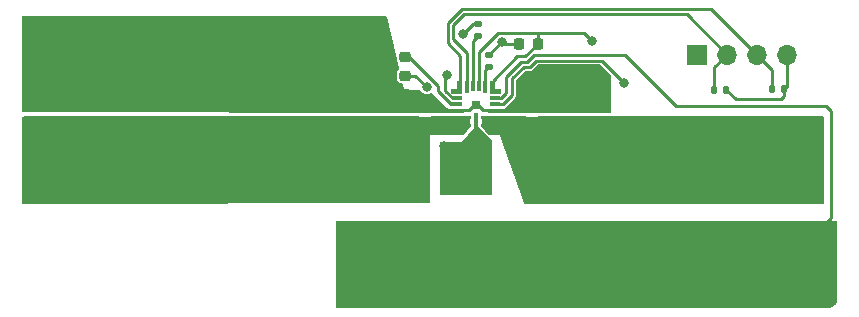
<source format=gbr>
%TF.GenerationSoftware,KiCad,Pcbnew,(6.0.0-0)*%
%TF.CreationDate,2022-06-13T23:55:57-07:00*%
%TF.ProjectId,max20499_breakout,6d617832-3034-4393-995f-627265616b6f,rev?*%
%TF.SameCoordinates,Original*%
%TF.FileFunction,Copper,L1,Top*%
%TF.FilePolarity,Positive*%
%FSLAX46Y46*%
G04 Gerber Fmt 4.6, Leading zero omitted, Abs format (unit mm)*
G04 Created by KiCad (PCBNEW (6.0.0-0)) date 2022-06-13 23:55:57*
%MOMM*%
%LPD*%
G01*
G04 APERTURE LIST*
G04 Aperture macros list*
%AMRoundRect*
0 Rectangle with rounded corners*
0 $1 Rounding radius*
0 $2 $3 $4 $5 $6 $7 $8 $9 X,Y pos of 4 corners*
0 Add a 4 corners polygon primitive as box body*
4,1,4,$2,$3,$4,$5,$6,$7,$8,$9,$2,$3,0*
0 Add four circle primitives for the rounded corners*
1,1,$1+$1,$2,$3*
1,1,$1+$1,$4,$5*
1,1,$1+$1,$6,$7*
1,1,$1+$1,$8,$9*
0 Add four rect primitives between the rounded corners*
20,1,$1+$1,$2,$3,$4,$5,0*
20,1,$1+$1,$4,$5,$6,$7,0*
20,1,$1+$1,$6,$7,$8,$9,0*
20,1,$1+$1,$8,$9,$2,$3,0*%
%AMFreePoly0*
4,1,17,0.000354,1.075354,0.000500,1.075000,0.000500,0.000000,0.000354,-0.000354,0.000000,-0.000500,-0.900000,-0.000500,-0.900354,-0.000354,-0.900500,0.000000,-0.900500,0.400000,-0.900354,0.400354,-0.900000,0.400500,-0.450500,0.400500,-0.450500,1.075000,-0.450354,1.075354,-0.450000,1.075500,0.000000,1.075500,0.000354,1.075354,0.000354,1.075354,$1*%
%AMFreePoly1*
4,1,17,0.450354,1.075354,0.450500,1.075000,0.450500,0.400500,0.900000,0.400500,0.900354,0.400354,0.900500,0.400000,0.900500,0.000000,0.900354,-0.000354,0.900000,-0.000500,0.000000,-0.000500,-0.000354,-0.000354,-0.000500,0.000000,-0.000500,1.075000,-0.000354,1.075354,0.000000,1.075500,0.450000,1.075500,0.450354,1.075354,0.450354,1.075354,$1*%
%AMFreePoly2*
4,1,17,0.000354,0.000354,0.000500,0.000000,0.000500,-0.350000,0.000354,-0.350354,0.000000,-0.350500,-0.975000,-0.350500,-0.975354,-0.350354,-0.975500,-0.350000,-0.975500,-0.250500,-1.550000,-0.250500,-1.550354,-0.250354,-1.550500,-0.250000,-1.550500,0.000000,-1.550354,0.000354,-1.550000,0.000500,0.000000,0.000500,0.000354,0.000354,0.000354,0.000354,$1*%
%AMFreePoly3*
4,1,29,0.000035,0.000035,0.000050,0.000000,0.000050,-0.900000,0.000035,-0.900035,0.000000,-0.900050,-0.499950,-0.900050,-0.499950,-1.600000,-0.499965,-1.600035,-0.500000,-1.600050,-0.950000,-1.600050,-0.950035,-1.600035,-0.950050,-1.600000,-0.950050,-0.900050,-1.575000,-0.900050,-1.575035,-0.900035,-1.575050,-0.900000,-1.575050,-0.650000,-1.575035,-0.649965,-1.575000,-0.649950,-0.950050,-0.649950,
-0.950050,-0.250050,-1.575000,-0.250050,-1.575035,-0.250035,-1.575050,-0.250000,-1.575050,0.000000,-1.575035,0.000035,-1.575000,0.000050,0.000000,0.000050,0.000035,0.000035,0.000035,0.000035,$1*%
%AMFreePoly4*
4,1,29,1.575035,0.000035,1.575050,0.000000,1.575050,-0.250000,1.575035,-0.250035,1.575000,-0.250050,0.950050,-0.250050,0.950050,-0.649950,1.575000,-0.649950,1.575035,-0.649965,1.575050,-0.650000,1.575050,-0.900000,1.575035,-0.900035,1.575000,-0.900050,0.950050,-0.900050,0.950050,-1.600000,0.950035,-1.600035,0.950000,-1.600050,0.500000,-1.600050,0.499965,-1.600035,0.499950,-1.600000,
0.499950,-0.900050,0.000000,-0.900050,-0.000035,-0.900035,-0.000050,-0.900000,-0.000050,0.000000,-0.000035,0.000035,0.000000,0.000050,1.575000,0.000050,1.575035,0.000035,1.575035,0.000035,$1*%
%AMFreePoly5*
4,1,17,1.550354,0.000354,1.550500,0.000000,1.550500,-0.250000,1.550354,-0.250354,1.550000,-0.250500,0.975500,-0.250500,0.975500,-0.350000,0.975354,-0.350354,0.975000,-0.350500,0.000000,-0.350500,-0.000354,-0.350354,-0.000500,-0.350000,-0.000500,0.000000,-0.000354,0.000354,0.000000,0.000500,1.550000,0.000500,1.550354,0.000354,1.550354,0.000354,$1*%
G04 Aperture macros list end*
%TA.AperFunction,SMDPad,CuDef*%
%ADD10RoundRect,0.135000X-0.185000X0.135000X-0.185000X-0.135000X0.185000X-0.135000X0.185000X0.135000X0*%
%TD*%
%TA.AperFunction,SMDPad,CuDef*%
%ADD11RoundRect,0.135000X0.135000X0.185000X-0.135000X0.185000X-0.135000X-0.185000X0.135000X-0.185000X0*%
%TD*%
%TA.AperFunction,ComponentPad*%
%ADD12C,2.520000*%
%TD*%
%TA.AperFunction,SMDPad,CuDef*%
%ADD13RoundRect,0.225000X-0.250000X0.225000X-0.250000X-0.225000X0.250000X-0.225000X0.250000X0.225000X0*%
%TD*%
%TA.AperFunction,SMDPad,CuDef*%
%ADD14RoundRect,0.250000X-0.475000X0.250000X-0.475000X-0.250000X0.475000X-0.250000X0.475000X0.250000X0*%
%TD*%
%TA.AperFunction,ComponentPad*%
%ADD15R,1.700000X1.700000*%
%TD*%
%TA.AperFunction,ComponentPad*%
%ADD16O,1.700000X1.700000*%
%TD*%
%TA.AperFunction,SMDPad,CuDef*%
%ADD17RoundRect,0.250000X0.650000X-0.325000X0.650000X0.325000X-0.650000X0.325000X-0.650000X-0.325000X0*%
%TD*%
%TA.AperFunction,SMDPad,CuDef*%
%ADD18RoundRect,0.225000X-0.225000X-0.250000X0.225000X-0.250000X0.225000X0.250000X-0.225000X0.250000X0*%
%TD*%
%TA.AperFunction,SMDPad,CuDef*%
%ADD19R,0.650000X0.700000*%
%TD*%
%TA.AperFunction,SMDPad,CuDef*%
%ADD20FreePoly0,0.000000*%
%TD*%
%TA.AperFunction,SMDPad,CuDef*%
%ADD21R,0.350000X1.025000*%
%TD*%
%TA.AperFunction,SMDPad,CuDef*%
%ADD22R,0.300000X0.925000*%
%TD*%
%TA.AperFunction,SMDPad,CuDef*%
%ADD23FreePoly1,0.000000*%
%TD*%
%TA.AperFunction,SMDPad,CuDef*%
%ADD24R,0.925000X0.300000*%
%TD*%
%TA.AperFunction,SMDPad,CuDef*%
%ADD25FreePoly2,0.000000*%
%TD*%
%TA.AperFunction,SMDPad,CuDef*%
%ADD26C,0.100000*%
%TD*%
%TA.AperFunction,SMDPad,CuDef*%
%ADD27FreePoly3,0.000000*%
%TD*%
%TA.AperFunction,SMDPad,CuDef*%
%ADD28R,0.350000X1.925000*%
%TD*%
%TA.AperFunction,SMDPad,CuDef*%
%ADD29FreePoly4,0.000000*%
%TD*%
%TA.AperFunction,SMDPad,CuDef*%
%ADD30FreePoly5,0.000000*%
%TD*%
%TA.AperFunction,SMDPad,CuDef*%
%ADD31R,2.700000X3.850000*%
%TD*%
%TA.AperFunction,ViaPad*%
%ADD32C,0.800000*%
%TD*%
%TA.AperFunction,Conductor*%
%ADD33C,0.250000*%
%TD*%
G04 APERTURE END LIST*
D10*
%TO.P,R4,1*%
%TO.N,/VIN*%
X132630000Y-88750000D03*
%TO.P,R4,2*%
%TO.N,Net-(R4-Pad2)*%
X132630000Y-89770000D03*
%TD*%
%TO.P,R3,1*%
%TO.N,/VIN*%
X131690000Y-86170000D03*
%TO.P,R3,2*%
%TO.N,Net-(R3-Pad2)*%
X131690000Y-87190000D03*
%TD*%
D11*
%TO.P,R2,1*%
%TO.N,Net-(J3-Pad4)*%
X152740000Y-91710000D03*
%TO.P,R2,2*%
%TO.N,/SDA*%
X151720000Y-91710000D03*
%TD*%
%TO.P,R1,1*%
%TO.N,Net-(J3-Pad4)*%
X157650000Y-91700000D03*
%TO.P,R1,2*%
%TO.N,/SCL*%
X156630000Y-91700000D03*
%TD*%
D12*
%TO.P,J1,1,Pin_1*%
%TO.N,GND*%
X96650000Y-97600000D03*
X101730000Y-97600000D03*
%TD*%
D13*
%TO.P,C2,1*%
%TO.N,/VIN*%
X127220000Y-93065000D03*
%TO.P,C2,2*%
%TO.N,GND*%
X127220000Y-94615000D03*
%TD*%
D14*
%TO.P,C15,1*%
%TO.N,/VIN*%
X121750000Y-92890000D03*
%TO.P,C15,2*%
%TO.N,GND*%
X121750000Y-94790000D03*
%TD*%
D15*
%TO.P,J3,1,Pin_1*%
%TO.N,GND*%
X150240000Y-88760000D03*
D16*
%TO.P,J3,2,Pin_2*%
%TO.N,/SDA*%
X152780000Y-88760000D03*
%TO.P,J3,3,Pin_3*%
%TO.N,/SCL*%
X155320000Y-88760000D03*
%TO.P,J3,4,Pin_4*%
%TO.N,Net-(J3-Pad4)*%
X157860000Y-88760000D03*
%TD*%
D17*
%TO.P,C8,1*%
%TO.N,/VOUT*%
X126030000Y-103635000D03*
%TO.P,C8,2*%
%TO.N,GND*%
X126030000Y-100685000D03*
%TD*%
D14*
%TO.P,C1,2*%
%TO.N,GND*%
X124620000Y-94790000D03*
%TO.P,C1,1*%
%TO.N,/VIN*%
X124620000Y-92890000D03*
%TD*%
D12*
%TO.P,J2,1,Pin_1*%
%TO.N,/VIN*%
X96650000Y-90280000D03*
X101730000Y-90280000D03*
%TD*%
D18*
%TO.P,C5,1*%
%TO.N,/VIN*%
X135215000Y-87840000D03*
%TO.P,C5,2*%
%TO.N,GND*%
X136765000Y-87840000D03*
%TD*%
D17*
%TO.P,C7,1*%
%TO.N,/VOUT*%
X137950000Y-103635000D03*
%TO.P,C7,2*%
%TO.N,GND*%
X137950000Y-100685000D03*
%TD*%
D19*
%TO.P,U1,EP,EP*%
%TO.N,/VIN*%
X131530000Y-92980000D03*
D20*
%TO.P,U1,17,SCL*%
%TO.N,/SCL*%
X130380000Y-92055000D03*
D21*
%TO.P,U1,16,SDA*%
%TO.N,/SDA*%
X130755000Y-91492500D03*
D22*
%TO.P,U1,15,AV*%
%TO.N,Net-(R3-Pad2)*%
X131280000Y-91442500D03*
%TO.P,U1,14,GND*%
%TO.N,GND*%
X131780000Y-91442500D03*
D21*
%TO.P,U1,13,RESET*%
%TO.N,Net-(R4-Pad2)*%
X132305000Y-91492500D03*
D23*
%TO.P,U1,12,SYNC*%
%TO.N,GND*%
X132680000Y-92055000D03*
D24*
%TO.P,U1,11,RS+*%
%TO.N,/VOUT*%
X133117500Y-92455000D03*
%TO.P,U1,10,RS-*%
%TO.N,GND*%
X133117500Y-92955000D03*
D25*
%TO.P,U1,9,PV*%
%TO.N,/VIN*%
X133580000Y-93330000D03*
D26*
%TO.P,U1,8,PGND*%
%TO.N,GND*%
X132995000Y-94265000D03*
D27*
%TO.P,U1,7,PGND*%
X133580000Y-93980000D03*
D28*
%TO.P,U1,6,LX*%
%TO.N,/LX1*%
X131530000Y-94617500D03*
D29*
%TO.P,U1,5,PGND*%
%TO.N,GND*%
X129480000Y-93980000D03*
D26*
%TO.P,U1,4,PGND*%
X130010000Y-94275000D03*
D30*
%TO.P,U1,3,PV*%
%TO.N,/VIN*%
X129480000Y-93330000D03*
D24*
%TO.P,U1,2,BST*%
%TO.N,Net-(C6-Pad1)*%
X129942500Y-92955000D03*
%TO.P,U1,1,EN*%
%TO.N,/VIN*%
X129942500Y-92455000D03*
%TD*%
D17*
%TO.P,C9,1*%
%TO.N,/VOUT*%
X121870000Y-103635000D03*
%TO.P,C9,2*%
%TO.N,GND*%
X121870000Y-100685000D03*
%TD*%
D14*
%TO.P,C16,2*%
%TO.N,GND*%
X141630000Y-94785000D03*
%TO.P,C16,1*%
%TO.N,/VIN*%
X141630000Y-92885000D03*
%TD*%
D31*
%TO.P,L1,1,1*%
%TO.N,/LX1*%
X131530000Y-98735000D03*
%TO.P,L1,2,2*%
%TO.N,/VOUT*%
X131530000Y-105285000D03*
%TD*%
D17*
%TO.P,C10,1*%
%TO.N,/VOUT*%
X141720000Y-103635000D03*
%TO.P,C10,2*%
%TO.N,GND*%
X141720000Y-100685000D03*
%TD*%
D12*
%TO.P,J4,1,Pin_1*%
%TO.N,/VOUT*%
X154060000Y-105040000D03*
X159140000Y-105040000D03*
%TD*%
D13*
%TO.P,C4,1*%
%TO.N,/VIN*%
X136290000Y-93075000D03*
%TO.P,C4,2*%
%TO.N,GND*%
X136290000Y-94625000D03*
%TD*%
%TO.P,C6,2*%
%TO.N,/LX1*%
X125520000Y-90525000D03*
%TO.P,C6,1*%
%TO.N,Net-(C6-Pad1)*%
X125520000Y-88975000D03*
%TD*%
D12*
%TO.P,J5,1,Pin_1*%
%TO.N,GND*%
X154060000Y-97600000D03*
X159140000Y-97600000D03*
%TD*%
D14*
%TO.P,C3,1*%
%TO.N,/VIN*%
X138720000Y-92885000D03*
%TO.P,C3,2*%
%TO.N,GND*%
X138720000Y-94785000D03*
%TD*%
D32*
%TO.N,/VOUT*%
X128770000Y-108625000D03*
X130400000Y-108630000D03*
X134030000Y-108600000D03*
X132170000Y-108600000D03*
X142330000Y-109145000D03*
X142330000Y-106195000D03*
X142330000Y-107670000D03*
X140270000Y-109195000D03*
X140270000Y-106245000D03*
X140270000Y-107720000D03*
X138270000Y-109195000D03*
X138270000Y-106245000D03*
X138270000Y-107720000D03*
X136470000Y-109165000D03*
X136470000Y-106215000D03*
X136470000Y-107690000D03*
X126290000Y-109165000D03*
X126290000Y-106215000D03*
X126290000Y-107690000D03*
X124430000Y-109165000D03*
X124430000Y-106215000D03*
X124430000Y-107690000D03*
X122660000Y-109195000D03*
X122660000Y-106245000D03*
X122660000Y-107720000D03*
X121030000Y-106240000D03*
X121030000Y-107715000D03*
X121030000Y-109190000D03*
%TO.N,/VIN*%
X138615000Y-90200000D03*
X137127500Y-90200000D03*
X140102500Y-90200000D03*
X141590000Y-90200000D03*
X113620000Y-87740000D03*
X118068571Y-87740000D03*
X116585714Y-87740000D03*
X124000000Y-87740000D03*
X121034285Y-87740000D03*
X119551428Y-87740000D03*
X122517142Y-87740000D03*
X115102857Y-87740000D03*
%TO.N,GND*%
X139465554Y-97800000D03*
X137797777Y-97800000D03*
X142801108Y-97800000D03*
X136130000Y-97800000D03*
X141133331Y-97800000D03*
X141092216Y-99140000D03*
X137756662Y-99140000D03*
X142801108Y-96300000D03*
X139465554Y-96300000D03*
X141133331Y-96300000D03*
X137797777Y-96300000D03*
X136130000Y-96300000D03*
X136088885Y-99140000D03*
X142760000Y-99140000D03*
X139424439Y-99140000D03*
X113090000Y-97130000D03*
X126432216Y-97130000D03*
X116425554Y-97130000D03*
X123096662Y-97130000D03*
X121428885Y-97130000D03*
X119761108Y-97130000D03*
X124764439Y-97130000D03*
X118093331Y-97130000D03*
X114757777Y-97130000D03*
X113090000Y-98630000D03*
X126432216Y-98630000D03*
X116425554Y-98630000D03*
X123096662Y-98630000D03*
X121428885Y-98630000D03*
X119761108Y-98630000D03*
X124764439Y-98630000D03*
X118093331Y-98630000D03*
X114757777Y-98630000D03*
X119720000Y-99970000D03*
X118052216Y-99970000D03*
X116384439Y-99970000D03*
X114716662Y-99970000D03*
X113048885Y-99970000D03*
X111381108Y-99970000D03*
X109713331Y-99970000D03*
X108045554Y-99970000D03*
X106377777Y-99970000D03*
X104710000Y-99970000D03*
%TO.N,/VIN*%
X115112857Y-89230000D03*
X116595714Y-89230000D03*
X113630000Y-89230000D03*
X121044285Y-89230000D03*
X122527142Y-89230000D03*
X119561428Y-89230000D03*
X124010000Y-89230000D03*
X118078571Y-89230000D03*
X113650000Y-90580000D03*
X115132857Y-90580000D03*
X116615714Y-90580000D03*
X121064285Y-90580000D03*
X118098571Y-90580000D03*
X119581428Y-90580000D03*
X122547142Y-90580000D03*
X124030000Y-90580000D03*
%TO.N,/LX1*%
X128830000Y-96460000D03*
X127350000Y-91520000D03*
%TO.N,GND*%
X144080000Y-91150000D03*
%TO.N,/VIN*%
X130440000Y-87030000D03*
%TO.N,GND*%
X141330000Y-87580000D03*
%TO.N,/VIN*%
X133720000Y-87650000D03*
X142030000Y-91370000D03*
X140542500Y-91370000D03*
X139055000Y-91370000D03*
X137567500Y-91370000D03*
X136080000Y-91370000D03*
X129060000Y-90500000D03*
%TD*%
D33*
%TO.N,/VIN*%
X132630000Y-88740000D02*
X133720000Y-87650000D01*
%TO.N,Net-(C6-Pad1)*%
X128285978Y-91860000D02*
X128285978Y-91431364D01*
X128285978Y-91431364D02*
X125829614Y-88975000D01*
X125829614Y-88975000D02*
X125520000Y-88975000D01*
%TO.N,/LX1*%
X125520000Y-90525000D02*
X126355000Y-90525000D01*
X126355000Y-90525000D02*
X127350000Y-91520000D01*
%TO.N,Net-(J3-Pad4)*%
X157650000Y-91700000D02*
X157860000Y-91490000D01*
X157860000Y-91490000D02*
X157860000Y-88760000D01*
X153540000Y-92510000D02*
X157360000Y-92510000D01*
X157360000Y-92510000D02*
X157650000Y-92220000D01*
X152740000Y-91710000D02*
X153540000Y-92510000D01*
X157650000Y-92220000D02*
X157650000Y-91700000D01*
%TO.N,/SCL*%
X156630000Y-91700000D02*
X156630000Y-90070000D01*
X156630000Y-90070000D02*
X155320000Y-88760000D01*
%TO.N,/SDA*%
X151720000Y-91710000D02*
X151720000Y-89820000D01*
X151720000Y-89820000D02*
X152780000Y-88760000D01*
%TO.N,/SCL*%
X130200000Y-88860000D02*
X130200000Y-90950000D01*
X155320000Y-88760000D02*
X151460480Y-84900480D01*
X151460480Y-84900480D02*
X130313802Y-84900480D01*
X129130480Y-86083802D02*
X129130480Y-87790480D01*
X130313802Y-84900480D02*
X129130480Y-86083802D01*
X129130480Y-87790480D02*
X130200000Y-88860000D01*
%TO.N,/SDA*%
X129580000Y-86270000D02*
X130500000Y-85350000D01*
X129580000Y-87450000D02*
X129580000Y-86270000D01*
X149370000Y-85350000D02*
X152780000Y-88760000D01*
X130755000Y-91492500D02*
X130755000Y-88625000D01*
X130755000Y-88625000D02*
X129580000Y-87450000D01*
X130500000Y-85350000D02*
X149370000Y-85350000D01*
%TO.N,/VIN*%
X131690000Y-86170000D02*
X131300000Y-86170000D01*
X131300000Y-86170000D02*
X130440000Y-87030000D01*
%TO.N,GND*%
X133419897Y-86925489D02*
X136775489Y-86925489D01*
X136775489Y-86925489D02*
X140675489Y-86925489D01*
X136765000Y-87840000D02*
X136765000Y-86935978D01*
X136765000Y-86935978D02*
X136775489Y-86925489D01*
X131780000Y-88565386D02*
X133419897Y-86925489D01*
X140675489Y-86925489D02*
X141330000Y-87580000D01*
X131780000Y-88565386D02*
X131780000Y-91442500D01*
X133117500Y-92955000D02*
X133830000Y-92955000D01*
X133830000Y-92955000D02*
X134620000Y-92165000D01*
X134620000Y-90745718D02*
X135556678Y-89809040D01*
X136067396Y-89809040D02*
X136616436Y-89260000D01*
X144080000Y-91130000D02*
X144080000Y-91150000D01*
X134620000Y-92165000D02*
X134620000Y-90745718D01*
X135556678Y-89809040D02*
X136067396Y-89809040D01*
X142210000Y-89260000D02*
X144080000Y-91130000D01*
X136616436Y-89260000D02*
X142210000Y-89260000D01*
%TO.N,/VOUT*%
X133117500Y-92455000D02*
X133655000Y-92455000D01*
X144130000Y-88780000D02*
X148440000Y-93090000D01*
X133655000Y-92455000D02*
X134100000Y-92010000D01*
X135881198Y-89359520D02*
X136460718Y-88780000D01*
X134100000Y-90630000D02*
X135370480Y-89359520D01*
X161620000Y-93560000D02*
X161620000Y-102560000D01*
X134100000Y-92010000D02*
X134100000Y-90630000D01*
X148440000Y-93090000D02*
X161150000Y-93090000D01*
X135370480Y-89359520D02*
X135881198Y-89359520D01*
X161150000Y-93090000D02*
X161620000Y-93560000D01*
X136460718Y-88780000D02*
X144130000Y-88780000D01*
X161620000Y-102560000D02*
X159140000Y-105040000D01*
%TO.N,GND*%
X136765000Y-87840000D02*
X135695000Y-88910000D01*
X135695000Y-88910000D02*
X134990000Y-88910000D01*
X134990000Y-88910000D02*
X132940000Y-90960000D01*
%TO.N,/VIN*%
X135215000Y-87840000D02*
X133910000Y-87840000D01*
X133910000Y-87840000D02*
X133720000Y-87650000D01*
%TO.N,Net-(R3-Pad2)*%
X131280000Y-91442500D02*
X131280000Y-87600000D01*
X131280000Y-87600000D02*
X131690000Y-87190000D01*
%TO.N,/VIN*%
X132630000Y-88750000D02*
X132630000Y-88740000D01*
%TO.N,Net-(R4-Pad2)*%
X132305000Y-91492500D02*
X132305000Y-90095000D01*
X132305000Y-90095000D02*
X132630000Y-89770000D01*
%TO.N,/VIN*%
X129060000Y-90500000D02*
X128910000Y-90650000D01*
X128910000Y-90650000D02*
X128910000Y-91803226D01*
X128910000Y-91803226D02*
X129561774Y-92455000D01*
X129561774Y-92455000D02*
X129942500Y-92455000D01*
X131680000Y-92980000D02*
X132155000Y-93455000D01*
X131245000Y-93115000D02*
X130915000Y-93445000D01*
X131530000Y-92980000D02*
X131680000Y-92980000D01*
%TO.N,Net-(C6-Pad1)*%
X128285978Y-91860000D02*
X129380978Y-92955000D01*
X129380978Y-92955000D02*
X129942500Y-92955000D01*
%TD*%
%TA.AperFunction,Conductor*%
%TO.N,GND*%
G36*
X130596545Y-93993733D02*
G01*
X130698704Y-94045785D01*
X130706443Y-94047515D01*
X130706446Y-94047516D01*
X130847168Y-94078972D01*
X130847171Y-94078972D01*
X130854909Y-94080702D01*
X130862834Y-94080453D01*
X130862835Y-94080453D01*
X130891236Y-94079560D01*
X130930042Y-94078340D01*
X130998756Y-94096192D01*
X131046912Y-94148360D01*
X131060000Y-94204278D01*
X131060000Y-94822223D01*
X131039998Y-94890344D01*
X131028322Y-94905765D01*
X130477426Y-95527745D01*
X130417286Y-95565478D01*
X130383556Y-95570202D01*
X129982456Y-95571640D01*
X129049657Y-95574983D01*
X129023022Y-95572232D01*
X128925487Y-95551500D01*
X128734513Y-95551500D01*
X128728060Y-95552872D01*
X128728047Y-95552873D01*
X128629461Y-95573829D01*
X128603719Y-95576582D01*
X127818481Y-95579396D01*
X127668117Y-95579935D01*
X127650000Y-95580000D01*
X127649977Y-95593374D01*
X127640217Y-101224556D01*
X127620097Y-101292642D01*
X127566361Y-101339042D01*
X127514557Y-101350338D01*
X93230649Y-101442643D01*
X93162475Y-101422824D01*
X93115838Y-101369294D01*
X93104310Y-101316643D01*
X93104310Y-94110938D01*
X93124312Y-94042817D01*
X93177968Y-93996324D01*
X93230293Y-93984938D01*
X126701076Y-93980379D01*
X126740760Y-93986786D01*
X126813715Y-94010984D01*
X126813717Y-94010984D01*
X126820243Y-94013149D01*
X126827080Y-94013849D01*
X126827082Y-94013850D01*
X126868401Y-94018083D01*
X126921268Y-94023500D01*
X127518732Y-94023500D01*
X127521978Y-94023163D01*
X127521982Y-94023163D01*
X127556083Y-94019625D01*
X127621019Y-94012887D01*
X127699469Y-93986714D01*
X127739327Y-93980237D01*
X129480000Y-93980000D01*
X130539343Y-93980000D01*
X130596545Y-93993733D01*
G37*
%TD.AperFunction*%
%TD*%
%TA.AperFunction,Conductor*%
%TO.N,GND*%
G36*
X160928543Y-93979870D02*
G01*
X160975075Y-94033491D01*
X160986500Y-94085918D01*
X160986500Y-101308895D01*
X160966498Y-101377016D01*
X160912842Y-101423509D01*
X160860229Y-101434894D01*
X136624319Y-101382226D01*
X135689283Y-101380194D01*
X135621206Y-101360044D01*
X135574830Y-101306287D01*
X135570589Y-101295699D01*
X133585967Y-95607104D01*
X133580000Y-95590000D01*
X133565809Y-95589852D01*
X133304982Y-95587135D01*
X132675926Y-95580583D01*
X132608018Y-95559873D01*
X132582917Y-95538132D01*
X132031678Y-94915765D01*
X132001485Y-94851509D01*
X132000000Y-94832223D01*
X132000000Y-94218006D01*
X132020002Y-94149885D01*
X132073658Y-94103392D01*
X132128954Y-94092270D01*
X132134943Y-94093219D01*
X132142836Y-94092473D01*
X132142837Y-94092473D01*
X132286405Y-94078903D01*
X132286409Y-94078902D01*
X132294292Y-94078157D01*
X132323611Y-94067601D01*
X132437429Y-94026625D01*
X132437431Y-94026624D01*
X132444889Y-94023939D01*
X132477483Y-94001788D01*
X132548306Y-93980000D01*
X133580000Y-93980000D01*
X135734927Y-93978414D01*
X135774687Y-93984821D01*
X135883715Y-94020984D01*
X135883717Y-94020984D01*
X135890243Y-94023149D01*
X135897080Y-94023849D01*
X135897082Y-94023850D01*
X135938401Y-94028083D01*
X135991268Y-94033500D01*
X136588732Y-94033500D01*
X136591978Y-94033163D01*
X136591982Y-94033163D01*
X136684161Y-94023599D01*
X136684165Y-94023598D01*
X136691019Y-94022887D01*
X136697555Y-94020706D01*
X136697557Y-94020706D01*
X136807364Y-93984071D01*
X136847147Y-93977595D01*
X160860407Y-93959918D01*
X160928543Y-93979870D01*
G37*
%TD.AperFunction*%
%TD*%
%TA.AperFunction,Conductor*%
%TO.N,/VIN*%
G36*
X142091105Y-89605502D02*
G01*
X142112079Y-89622405D01*
X142929387Y-90439713D01*
X142963413Y-90502025D01*
X142966292Y-90528565D01*
X142972122Y-93554656D01*
X142972215Y-93603147D01*
X142952344Y-93671306D01*
X142898778Y-93717903D01*
X142845559Y-93729388D01*
X133505343Y-93680654D01*
X133437327Y-93660297D01*
X133391115Y-93606400D01*
X133380000Y-93554656D01*
X133380000Y-93456000D01*
X133400002Y-93387879D01*
X133453658Y-93341386D01*
X133506000Y-93330000D01*
X133980000Y-93330000D01*
X133994906Y-93275049D01*
X134034829Y-93212597D01*
X134042455Y-93208194D01*
X134049609Y-93199669D01*
X134066685Y-93179318D01*
X134074111Y-93171215D01*
X134836215Y-92409111D01*
X134844319Y-92401684D01*
X134864749Y-92384541D01*
X134873194Y-92377455D01*
X134878707Y-92367906D01*
X134892039Y-92344815D01*
X134897945Y-92335544D01*
X134913230Y-92313715D01*
X134919554Y-92304684D01*
X134922408Y-92294034D01*
X134923885Y-92290866D01*
X134925077Y-92287590D01*
X134930588Y-92278045D01*
X134937130Y-92240942D01*
X134939509Y-92230210D01*
X134949264Y-92193807D01*
X134945979Y-92156257D01*
X134945500Y-92145276D01*
X134945500Y-90932734D01*
X134965502Y-90864613D01*
X134982405Y-90843639D01*
X135654599Y-90171445D01*
X135716911Y-90137419D01*
X135743694Y-90134540D01*
X136047686Y-90134540D01*
X136058668Y-90135020D01*
X136085216Y-90137343D01*
X136085218Y-90137343D01*
X136096203Y-90138304D01*
X136132611Y-90128548D01*
X136143338Y-90126170D01*
X136146697Y-90125578D01*
X136180441Y-90119628D01*
X136189986Y-90114117D01*
X136193262Y-90112925D01*
X136196430Y-90111448D01*
X136207080Y-90108594D01*
X136237940Y-90086985D01*
X136247211Y-90081079D01*
X136270302Y-90067747D01*
X136279851Y-90062234D01*
X136304081Y-90033357D01*
X136311507Y-90025255D01*
X136714357Y-89622405D01*
X136776669Y-89588379D01*
X136803452Y-89585500D01*
X142022984Y-89585500D01*
X142091105Y-89605502D01*
G37*
%TD.AperFunction*%
%TD*%
%TA.AperFunction,Conductor*%
%TO.N,/VOUT*%
G36*
X162077795Y-102833657D02*
G01*
X162124296Y-102887306D01*
X162135690Y-102939665D01*
X162135690Y-109354362D01*
X162134190Y-109373746D01*
X162130504Y-109397420D01*
X162131668Y-109406322D01*
X162131668Y-109406324D01*
X162131942Y-109408416D01*
X162132399Y-109437103D01*
X162121496Y-109547802D01*
X162116679Y-109572022D01*
X162078241Y-109698735D01*
X162068792Y-109721545D01*
X162006379Y-109838312D01*
X161992656Y-109858850D01*
X161908662Y-109961197D01*
X161891197Y-109978662D01*
X161788850Y-110062656D01*
X161768312Y-110076379D01*
X161651545Y-110138792D01*
X161628735Y-110148241D01*
X161502022Y-110186679D01*
X161477802Y-110191496D01*
X161416271Y-110197556D01*
X161373854Y-110201734D01*
X161357813Y-110201282D01*
X161357804Y-110201995D01*
X161348835Y-110201886D01*
X161339960Y-110200504D01*
X161308481Y-110204620D01*
X161292132Y-110205684D01*
X119835086Y-110199536D01*
X119766970Y-110179524D01*
X119720485Y-110125861D01*
X119709108Y-110074214D01*
X119670753Y-102946470D01*
X119690388Y-102878243D01*
X119743793Y-102831462D01*
X119796733Y-102819792D01*
X157943594Y-102814255D01*
X162009672Y-102813665D01*
X162077795Y-102833657D01*
G37*
%TD.AperFunction*%
%TD*%
%TA.AperFunction,Conductor*%
%TO.N,/LX1*%
G36*
X131723474Y-94900002D02*
G01*
X131747342Y-94919895D01*
X132846101Y-96093783D01*
X132878048Y-96157185D01*
X132880109Y-96179603D01*
X132880277Y-96255345D01*
X132889721Y-100533722D01*
X132869869Y-100601887D01*
X132816316Y-100648498D01*
X132763721Y-100660000D01*
X128586000Y-100660000D01*
X128517879Y-100639998D01*
X128471386Y-100586342D01*
X128460000Y-100534000D01*
X128460000Y-96255345D01*
X128480002Y-96187224D01*
X128533658Y-96140731D01*
X128585343Y-96129347D01*
X130380000Y-96120000D01*
X131322165Y-94927873D01*
X131380096Y-94886831D01*
X131421019Y-94880000D01*
X131655353Y-94880000D01*
X131723474Y-94900002D01*
G37*
%TD.AperFunction*%
%TD*%
%TA.AperFunction,Conductor*%
%TO.N,/VIN*%
G36*
X123861106Y-85470944D02*
G01*
X123929213Y-85490990D01*
X123975672Y-85544676D01*
X123983593Y-85567739D01*
X124841069Y-89166402D01*
X124844500Y-89195607D01*
X124844500Y-89233488D01*
X124860281Y-89333126D01*
X124864782Y-89341959D01*
X124891996Y-89395370D01*
X124902298Y-89423368D01*
X125009626Y-89873803D01*
X125005958Y-89944701D01*
X124976152Y-89992100D01*
X124921472Y-90046780D01*
X124860281Y-90166874D01*
X124844500Y-90266512D01*
X124844500Y-90783488D01*
X124860281Y-90883126D01*
X124921472Y-91003220D01*
X125016780Y-91098528D01*
X125136874Y-91159719D01*
X125146663Y-91161269D01*
X125146665Y-91161270D01*
X125236512Y-91175500D01*
X125236270Y-91177028D01*
X125296209Y-91199877D01*
X125338345Y-91257018D01*
X125342542Y-91270987D01*
X125440000Y-91680000D01*
X126318964Y-91737772D01*
X126728496Y-91764690D01*
X126795158Y-91789117D01*
X126825346Y-91822932D01*
X126825464Y-91822841D01*
X126921718Y-91948282D01*
X127047159Y-92044536D01*
X127193238Y-92105044D01*
X127350000Y-92125682D01*
X127358188Y-92124604D01*
X127498574Y-92106122D01*
X127506762Y-92105044D01*
X127585439Y-92072455D01*
X127645213Y-92047696D01*
X127645215Y-92047695D01*
X127652841Y-92044536D01*
X127659391Y-92039510D01*
X127664175Y-92036748D01*
X127733171Y-92020010D01*
X127800262Y-92043231D01*
X127814495Y-92055031D01*
X127886870Y-92124604D01*
X129120000Y-93310000D01*
X129367974Y-93317749D01*
X129637936Y-93326186D01*
X129705398Y-93348307D01*
X129750193Y-93403388D01*
X129760000Y-93452125D01*
X129760000Y-93554000D01*
X129739998Y-93622121D01*
X129686342Y-93668614D01*
X129634000Y-93680000D01*
X128360000Y-93680000D01*
X93215794Y-93620214D01*
X93147707Y-93600096D01*
X93101305Y-93546361D01*
X93090008Y-93494206D01*
X93090020Y-93326186D01*
X93090536Y-85577082D01*
X93110543Y-85508962D01*
X93164201Y-85462473D01*
X93216618Y-85451090D01*
X123861106Y-85470944D01*
G37*
%TD.AperFunction*%
%TD*%
M02*

</source>
